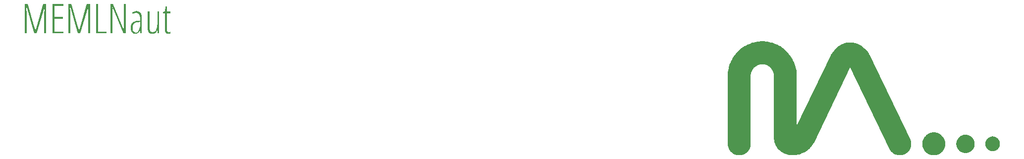
<source format=gbr>
%TF.GenerationSoftware,KiCad,Pcbnew,8.0.8*%
%TF.CreationDate,2025-03-17T17:16:47+00:00*%
%TF.ProjectId,memlnaut_0_1_joystick,6d656d6c-6e61-4757-945f-305f315f6a6f,rev?*%
%TF.SameCoordinates,Original*%
%TF.FileFunction,Legend,Top*%
%TF.FilePolarity,Positive*%
%FSLAX46Y46*%
G04 Gerber Fmt 4.6, Leading zero omitted, Abs format (unit mm)*
G04 Created by KiCad (PCBNEW 8.0.8) date 2025-03-17 17:16:47*
%MOMM*%
%LPD*%
G01*
G04 APERTURE LIST*
%ADD10C,0.000000*%
%ADD11C,0.100000*%
G04 APERTURE END LIST*
D10*
G36*
X264856427Y-65779118D02*
G01*
X264935895Y-65785180D01*
X265014221Y-65795161D01*
X265091304Y-65808964D01*
X265167047Y-65826488D01*
X265241349Y-65847635D01*
X265314113Y-65872304D01*
X265385238Y-65900398D01*
X265454625Y-65931816D01*
X265522175Y-65966460D01*
X265587789Y-66004231D01*
X265651368Y-66045029D01*
X265712812Y-66088754D01*
X265772023Y-66135309D01*
X265828900Y-66184593D01*
X265883346Y-66236508D01*
X265935261Y-66290954D01*
X265984545Y-66347831D01*
X266031099Y-66407042D01*
X266074825Y-66468487D01*
X266115622Y-66532066D01*
X266153393Y-66597680D01*
X266188037Y-66665230D01*
X266219455Y-66734617D01*
X266247548Y-66805742D01*
X266272218Y-66878505D01*
X266293364Y-66952808D01*
X266310889Y-67028551D01*
X266324691Y-67105634D01*
X266334673Y-67183960D01*
X266340734Y-67263428D01*
X266342777Y-67343939D01*
X266340734Y-67424450D01*
X266334673Y-67503918D01*
X266324691Y-67582243D01*
X266310889Y-67659327D01*
X266293364Y-67735070D01*
X266272218Y-67809372D01*
X266247548Y-67882136D01*
X266219455Y-67953261D01*
X266188037Y-68022648D01*
X266153393Y-68090198D01*
X266115622Y-68155812D01*
X266074825Y-68219391D01*
X266031099Y-68280836D01*
X265984545Y-68340046D01*
X265935261Y-68396924D01*
X265883346Y-68451370D01*
X265828900Y-68503285D01*
X265772023Y-68552569D01*
X265712812Y-68599123D01*
X265651368Y-68642849D01*
X265587789Y-68683647D01*
X265522175Y-68721417D01*
X265454625Y-68756061D01*
X265385238Y-68787480D01*
X265314113Y-68815573D01*
X265241349Y-68840243D01*
X265167047Y-68861390D01*
X265091304Y-68878914D01*
X265014221Y-68892716D01*
X264935895Y-68902698D01*
X264856427Y-68908760D01*
X264775916Y-68910803D01*
X264695405Y-68908760D01*
X264615938Y-68902698D01*
X264537613Y-68892716D01*
X264460530Y-68878914D01*
X264384787Y-68861390D01*
X264310485Y-68840243D01*
X264237722Y-68815573D01*
X264166597Y-68787479D01*
X264097210Y-68756061D01*
X264029660Y-68721417D01*
X263964046Y-68683646D01*
X263900467Y-68642848D01*
X263839023Y-68599123D01*
X263779812Y-68552568D01*
X263722934Y-68503284D01*
X263668488Y-68451369D01*
X263616574Y-68396923D01*
X263567289Y-68340045D01*
X263520735Y-68280834D01*
X263477009Y-68219390D01*
X263436211Y-68155811D01*
X263398441Y-68090197D01*
X263363797Y-68022647D01*
X263332378Y-67953260D01*
X263304284Y-67882135D01*
X263279615Y-67809371D01*
X263258468Y-67735069D01*
X263240944Y-67659326D01*
X263227141Y-67582243D01*
X263217160Y-67503918D01*
X263211098Y-67424450D01*
X263209055Y-67343939D01*
X263211098Y-67263428D01*
X263217160Y-67183960D01*
X263227141Y-67105634D01*
X263240944Y-67028551D01*
X263258468Y-66952808D01*
X263279614Y-66878505D01*
X263304284Y-66805742D01*
X263332377Y-66734617D01*
X263363796Y-66665230D01*
X263398440Y-66597680D01*
X263436210Y-66532066D01*
X263477008Y-66468487D01*
X263520733Y-66407042D01*
X263567288Y-66347831D01*
X263616572Y-66290954D01*
X263668486Y-66236508D01*
X263722932Y-66184593D01*
X263779810Y-66135309D01*
X263839020Y-66088754D01*
X263900465Y-66045029D01*
X263964044Y-66004231D01*
X264029658Y-65966460D01*
X264097208Y-65931816D01*
X264166595Y-65900398D01*
X264237720Y-65872304D01*
X264310483Y-65847635D01*
X264384785Y-65826488D01*
X264460528Y-65808964D01*
X264537612Y-65795161D01*
X264615937Y-65785180D01*
X264695405Y-65779118D01*
X264775916Y-65777075D01*
X264856427Y-65779118D01*
G37*
G36*
X259457335Y-65386990D02*
G01*
X259556652Y-65394569D01*
X259654544Y-65407049D01*
X259750885Y-65424307D01*
X259845553Y-65446216D01*
X259938423Y-65472655D01*
X260029370Y-65503498D01*
X260118272Y-65538622D01*
X260205002Y-65577902D01*
X260289439Y-65621214D01*
X260371456Y-65668434D01*
X260450931Y-65719439D01*
X260527739Y-65774103D01*
X260601756Y-65832303D01*
X260672857Y-65893914D01*
X260740920Y-65958813D01*
X260805819Y-66026875D01*
X260867431Y-66097977D01*
X260925630Y-66171994D01*
X260980295Y-66248801D01*
X261031299Y-66328276D01*
X261078519Y-66410293D01*
X261121832Y-66494729D01*
X261161112Y-66581460D01*
X261196235Y-66670361D01*
X261227079Y-66761308D01*
X261253517Y-66854177D01*
X261275427Y-66948845D01*
X261292684Y-67045186D01*
X261305164Y-67143077D01*
X261312744Y-67242394D01*
X261315298Y-67343012D01*
X261312744Y-67443631D01*
X261305164Y-67542948D01*
X261292684Y-67640839D01*
X261275427Y-67737181D01*
X261253517Y-67831848D01*
X261227078Y-67924718D01*
X261196235Y-68015665D01*
X261161111Y-68104566D01*
X261121831Y-68191297D01*
X261078518Y-68275733D01*
X261031298Y-68357751D01*
X260980293Y-68437225D01*
X260925629Y-68514033D01*
X260867429Y-68588050D01*
X260805817Y-68659151D01*
X260740918Y-68727214D01*
X260672855Y-68792113D01*
X260601754Y-68853724D01*
X260527737Y-68911924D01*
X260450929Y-68966588D01*
X260371454Y-69017593D01*
X260289436Y-69064813D01*
X260205000Y-69108125D01*
X260118269Y-69147405D01*
X260029368Y-69182529D01*
X259938421Y-69213372D01*
X259845551Y-69239811D01*
X259750884Y-69261721D01*
X259654542Y-69278978D01*
X259556651Y-69291458D01*
X259457334Y-69299037D01*
X259356716Y-69301591D01*
X259256097Y-69299037D01*
X259156780Y-69291458D01*
X259058888Y-69278978D01*
X258962547Y-69261721D01*
X258867879Y-69239811D01*
X258775009Y-69213372D01*
X258684062Y-69182529D01*
X258595160Y-69147405D01*
X258508430Y-69108125D01*
X258423993Y-69064813D01*
X258341976Y-69017593D01*
X258262501Y-68966588D01*
X258185693Y-68911924D01*
X258111676Y-68853724D01*
X258040575Y-68792113D01*
X257972512Y-68727214D01*
X257907613Y-68659151D01*
X257846001Y-68588050D01*
X257787802Y-68514033D01*
X257733137Y-68437225D01*
X257682133Y-68357751D01*
X257634913Y-68275733D01*
X257591600Y-68191297D01*
X257552320Y-68104566D01*
X257517197Y-68015665D01*
X257486353Y-67924718D01*
X257459915Y-67831848D01*
X257438005Y-67737181D01*
X257420748Y-67640839D01*
X257408268Y-67542948D01*
X257400688Y-67443631D01*
X257398134Y-67343012D01*
X257400688Y-67242394D01*
X257408268Y-67143077D01*
X257420748Y-67045186D01*
X257438005Y-66948845D01*
X257459915Y-66854177D01*
X257486354Y-66761308D01*
X257517197Y-66670361D01*
X257552321Y-66581460D01*
X257591601Y-66494729D01*
X257634914Y-66410293D01*
X257682134Y-66328276D01*
X257733139Y-66248801D01*
X257787803Y-66171994D01*
X257846003Y-66097977D01*
X257907615Y-66026875D01*
X257972514Y-65958813D01*
X258040577Y-65893914D01*
X258111678Y-65832303D01*
X258185695Y-65774103D01*
X258262503Y-65719439D01*
X258341978Y-65668434D01*
X258423996Y-65621214D01*
X258508432Y-65577902D01*
X258595163Y-65538622D01*
X258684064Y-65503498D01*
X258775011Y-65472655D01*
X258867881Y-65446216D01*
X258962548Y-65424307D01*
X259058890Y-65407049D01*
X259156781Y-65394569D01*
X259256098Y-65386990D01*
X259356716Y-65384436D01*
X259457335Y-65386990D01*
G37*
G36*
X230350303Y-49836472D02*
G01*
X230649183Y-49859274D01*
X230943769Y-49896820D01*
X231233686Y-49948738D01*
X231518562Y-50014655D01*
X231798023Y-50094197D01*
X232071696Y-50186991D01*
X232339208Y-50292663D01*
X232600186Y-50410842D01*
X232854256Y-50541152D01*
X233101046Y-50683222D01*
X233340181Y-50836678D01*
X233571290Y-51001147D01*
X233793998Y-51176255D01*
X234007932Y-51361630D01*
X234212720Y-51556898D01*
X234407988Y-51761686D01*
X234593363Y-51975620D01*
X234768471Y-52198329D01*
X234932940Y-52429437D01*
X235086396Y-52668573D01*
X235228466Y-52915362D01*
X235358776Y-53169432D01*
X235476955Y-53430410D01*
X235582627Y-53697922D01*
X235675421Y-53971595D01*
X235754963Y-54251056D01*
X235820880Y-54535931D01*
X235872798Y-54825848D01*
X235910344Y-55120434D01*
X235933145Y-55419314D01*
X235940829Y-55722116D01*
X235940829Y-64280592D01*
X241723960Y-52264279D01*
X241737728Y-52236266D01*
X241751973Y-52208427D01*
X241766739Y-52180674D01*
X241782069Y-52152922D01*
X241798007Y-52125083D01*
X241814596Y-52097070D01*
X241831880Y-52068797D01*
X241849901Y-52040176D01*
X242000899Y-51805471D01*
X242160852Y-51583893D01*
X242329314Y-51375720D01*
X242505844Y-51181229D01*
X242689997Y-51000700D01*
X242881331Y-50834411D01*
X243079400Y-50682638D01*
X243283762Y-50545661D01*
X243493974Y-50423757D01*
X243709591Y-50317205D01*
X243930170Y-50226283D01*
X244155268Y-50151269D01*
X244384441Y-50092440D01*
X244617245Y-50050075D01*
X244853237Y-50024452D01*
X245091973Y-50015849D01*
X245215251Y-50018114D01*
X245337795Y-50024884D01*
X245459548Y-50036122D01*
X245580455Y-50051793D01*
X245700459Y-50071860D01*
X245819504Y-50096285D01*
X245937534Y-50125034D01*
X246054493Y-50158069D01*
X246170324Y-50195354D01*
X246284972Y-50236852D01*
X246398381Y-50282528D01*
X246510494Y-50332344D01*
X246621255Y-50386264D01*
X246730609Y-50444252D01*
X246944867Y-50572284D01*
X247152821Y-50716150D01*
X247354020Y-50875558D01*
X247548017Y-51050215D01*
X247734361Y-51239830D01*
X247912604Y-51444112D01*
X248082298Y-51662769D01*
X248242992Y-51895509D01*
X248394238Y-52142041D01*
X248412107Y-52174683D01*
X248429542Y-52207326D01*
X248446458Y-52239969D01*
X248462766Y-52272613D01*
X255307139Y-66491057D01*
X255347213Y-66580117D01*
X255382696Y-66670445D01*
X255413575Y-66761895D01*
X255439838Y-66854325D01*
X255461472Y-66947591D01*
X255478466Y-67041549D01*
X255490806Y-67136054D01*
X255498482Y-67230964D01*
X255501481Y-67326134D01*
X255499790Y-67421421D01*
X255493398Y-67516681D01*
X255482291Y-67611770D01*
X255466459Y-67706544D01*
X255445888Y-67800860D01*
X255420567Y-67894573D01*
X255390484Y-67987540D01*
X255355903Y-68078940D01*
X255317162Y-68167973D01*
X255274358Y-68254533D01*
X255227585Y-68338510D01*
X255176938Y-68419795D01*
X255122512Y-68498281D01*
X255064401Y-68573858D01*
X255002701Y-68646418D01*
X254937507Y-68715853D01*
X254868914Y-68782054D01*
X254797016Y-68844913D01*
X254721908Y-68904320D01*
X254643686Y-68960169D01*
X254562445Y-69012349D01*
X254478279Y-69060753D01*
X254391283Y-69105272D01*
X254302223Y-69145488D01*
X254211895Y-69181056D01*
X254120445Y-69211972D01*
X254028014Y-69238230D01*
X253934749Y-69259828D01*
X253840791Y-69276760D01*
X253746285Y-69289024D01*
X253651375Y-69296614D01*
X253556204Y-69299527D01*
X253460917Y-69297759D01*
X253365657Y-69291306D01*
X253270568Y-69280163D01*
X253175794Y-69264327D01*
X253081478Y-69243793D01*
X252987765Y-69218558D01*
X252894798Y-69188617D01*
X252803398Y-69154036D01*
X252714364Y-69115296D01*
X252627804Y-69072492D01*
X252543828Y-69025719D01*
X252462542Y-68975072D01*
X252384057Y-68920646D01*
X252308480Y-68862535D01*
X252235919Y-68800835D01*
X252166484Y-68735641D01*
X252100283Y-68667047D01*
X252037425Y-68595149D01*
X251978017Y-68520042D01*
X251922169Y-68441820D01*
X251869989Y-68360578D01*
X251821585Y-68276412D01*
X251777066Y-68189416D01*
X245091970Y-54299719D01*
X238959723Y-67042052D01*
X238951651Y-67058675D01*
X238943417Y-67075200D01*
X238935031Y-67091617D01*
X238926503Y-67107915D01*
X238917845Y-67124083D01*
X238909068Y-67140110D01*
X238891198Y-67171697D01*
X238743496Y-67408809D01*
X238580914Y-67634644D01*
X238404396Y-67848647D01*
X238214883Y-68050265D01*
X238013319Y-68238941D01*
X237800647Y-68414121D01*
X237577810Y-68575251D01*
X237345749Y-68721775D01*
X237105408Y-68853139D01*
X236857730Y-68968788D01*
X236603658Y-69068167D01*
X236344133Y-69150721D01*
X236080100Y-69215896D01*
X235812500Y-69263136D01*
X235542277Y-69291887D01*
X235270373Y-69301594D01*
X235148718Y-69299642D01*
X235027605Y-69293795D01*
X234907144Y-69284063D01*
X234787442Y-69270456D01*
X234668608Y-69252986D01*
X234550752Y-69231663D01*
X234433980Y-69206499D01*
X234318402Y-69177503D01*
X234189199Y-69140193D01*
X234062958Y-69098304D01*
X233939753Y-69051931D01*
X233819659Y-69001172D01*
X233589102Y-68886882D01*
X233371887Y-68756212D01*
X233168612Y-68609936D01*
X232979873Y-68448831D01*
X232806271Y-68273673D01*
X232648403Y-68085237D01*
X232506867Y-67884299D01*
X232382261Y-67671636D01*
X232275185Y-67448023D01*
X232186235Y-67214236D01*
X232116011Y-66971052D01*
X232065110Y-66719246D01*
X232047093Y-66590352D01*
X232034131Y-66459593D01*
X232026299Y-66327068D01*
X232023671Y-66192871D01*
X232023671Y-55723045D01*
X232021096Y-55621480D01*
X232013452Y-55521234D01*
X232000866Y-55422431D01*
X231983463Y-55325197D01*
X231961366Y-55229656D01*
X231934701Y-55135934D01*
X231903594Y-55044156D01*
X231868169Y-54954446D01*
X231828550Y-54866929D01*
X231784864Y-54781731D01*
X231737235Y-54698976D01*
X231685788Y-54618790D01*
X231630647Y-54541297D01*
X231571939Y-54466622D01*
X231509787Y-54394891D01*
X231444317Y-54326227D01*
X231375654Y-54260757D01*
X231303923Y-54198606D01*
X231229248Y-54139897D01*
X231151755Y-54084756D01*
X231071569Y-54033309D01*
X230988814Y-53985680D01*
X230903616Y-53941993D01*
X230816099Y-53902375D01*
X230726389Y-53866949D01*
X230634611Y-53835842D01*
X230540889Y-53809177D01*
X230445348Y-53787081D01*
X230348114Y-53769677D01*
X230249311Y-53757091D01*
X230149064Y-53749448D01*
X230047499Y-53746872D01*
X229945934Y-53749448D01*
X229845688Y-53757091D01*
X229746885Y-53769677D01*
X229649651Y-53787081D01*
X229554110Y-53809177D01*
X229460388Y-53835842D01*
X229368610Y-53866949D01*
X229278900Y-53902374D01*
X229191383Y-53941993D01*
X229106185Y-53985679D01*
X229023430Y-54033308D01*
X228943244Y-54084756D01*
X228865751Y-54139896D01*
X228791076Y-54198605D01*
X228719345Y-54260756D01*
X228650682Y-54326226D01*
X228585212Y-54394890D01*
X228523060Y-54466621D01*
X228464352Y-54541296D01*
X228409211Y-54618789D01*
X228357764Y-54698975D01*
X228310134Y-54781730D01*
X228266448Y-54866928D01*
X228226830Y-54954444D01*
X228191404Y-55044155D01*
X228160297Y-55135933D01*
X228133632Y-55229655D01*
X228111536Y-55325196D01*
X228094132Y-55422430D01*
X228081546Y-55521233D01*
X228073903Y-55621480D01*
X228071327Y-55723045D01*
X228071327Y-67341162D01*
X228068773Y-67441780D01*
X228061194Y-67541097D01*
X228048714Y-67638989D01*
X228031457Y-67735330D01*
X228009547Y-67829998D01*
X227983108Y-67922867D01*
X227952265Y-68013815D01*
X227917141Y-68102715D01*
X227877861Y-68189446D01*
X227834549Y-68273882D01*
X227787329Y-68355899D01*
X227736324Y-68435374D01*
X227681660Y-68512182D01*
X227623460Y-68586198D01*
X227561849Y-68657300D01*
X227496950Y-68725362D01*
X227428888Y-68790261D01*
X227357786Y-68851872D01*
X227283769Y-68910072D01*
X227206962Y-68964736D01*
X227127487Y-69015740D01*
X227045469Y-69062960D01*
X226961033Y-69106273D01*
X226874303Y-69145553D01*
X226785402Y-69180676D01*
X226694455Y-69211519D01*
X226601585Y-69237958D01*
X226506918Y-69259868D01*
X226410576Y-69277125D01*
X226312685Y-69289605D01*
X226213368Y-69297184D01*
X226112750Y-69299738D01*
X226012131Y-69297184D01*
X225912814Y-69289605D01*
X225814923Y-69277125D01*
X225718582Y-69259868D01*
X225623914Y-69237958D01*
X225531045Y-69211519D01*
X225440098Y-69180676D01*
X225351197Y-69145553D01*
X225264466Y-69106273D01*
X225180030Y-69062960D01*
X225098013Y-69015740D01*
X225018538Y-68964736D01*
X224941730Y-68910072D01*
X224867714Y-68851872D01*
X224796612Y-68790261D01*
X224728550Y-68725362D01*
X224663651Y-68657300D01*
X224602039Y-68586198D01*
X224543839Y-68512182D01*
X224489175Y-68435374D01*
X224438171Y-68355899D01*
X224390950Y-68273882D01*
X224347638Y-68189446D01*
X224308358Y-68102715D01*
X224273234Y-68013815D01*
X224242391Y-67922867D01*
X224215952Y-67829998D01*
X224194042Y-67735330D01*
X224176785Y-67638989D01*
X224164305Y-67541097D01*
X224156726Y-67441780D01*
X224154172Y-67341162D01*
X224154172Y-55722116D01*
X224161855Y-55419314D01*
X224184657Y-55120434D01*
X224222203Y-54825848D01*
X224274121Y-54535931D01*
X224340038Y-54251056D01*
X224419580Y-53971595D01*
X224512374Y-53697922D01*
X224618046Y-53430410D01*
X224736225Y-53169432D01*
X224866536Y-52915362D01*
X225008605Y-52668573D01*
X225162061Y-52429437D01*
X225326530Y-52198329D01*
X225501639Y-51975620D01*
X225687013Y-51761686D01*
X225882281Y-51556898D01*
X226087069Y-51361630D01*
X226301004Y-51176255D01*
X226523712Y-51001147D01*
X226754820Y-50836678D01*
X226993956Y-50683222D01*
X227240745Y-50541152D01*
X227494816Y-50410842D01*
X227755793Y-50292663D01*
X228023305Y-50186991D01*
X228296979Y-50094197D01*
X228576440Y-50014655D01*
X228861315Y-49948738D01*
X229151232Y-49896820D01*
X229445818Y-49859274D01*
X229744698Y-49836472D01*
X230047500Y-49828789D01*
X230350303Y-49836472D01*
G37*
G36*
X269474204Y-66091712D02*
G01*
X269537753Y-66096560D01*
X269600394Y-66104543D01*
X269662046Y-66115583D01*
X269722632Y-66129599D01*
X269782069Y-66146513D01*
X269840280Y-66166245D01*
X269897185Y-66188717D01*
X269952703Y-66213848D01*
X270006755Y-66241561D01*
X270059261Y-66271775D01*
X270110142Y-66304412D01*
X270159317Y-66339393D01*
X270206708Y-66376637D01*
X270252235Y-66416067D01*
X270295817Y-66457602D01*
X270337375Y-66501164D01*
X270376830Y-66546673D01*
X270414101Y-66594051D01*
X270449110Y-66643217D01*
X270481775Y-66694094D01*
X270512019Y-66746601D01*
X270539760Y-66800660D01*
X270564919Y-66856191D01*
X270587417Y-66913115D01*
X270607174Y-66971353D01*
X270624110Y-67030825D01*
X270638146Y-67091454D01*
X270649201Y-67153158D01*
X270657196Y-67215860D01*
X270662052Y-67279480D01*
X270663688Y-67343939D01*
X270662052Y-67408398D01*
X270657196Y-67472018D01*
X270649201Y-67534720D01*
X270638146Y-67596425D01*
X270624110Y-67657053D01*
X270607175Y-67716526D01*
X270587418Y-67774765D01*
X270564920Y-67831689D01*
X270539761Y-67887220D01*
X270512020Y-67941279D01*
X270481777Y-67993786D01*
X270449111Y-68044663D01*
X270414103Y-68093829D01*
X270376832Y-68141207D01*
X270337377Y-68186716D01*
X270295819Y-68230278D01*
X270252237Y-68271814D01*
X270206711Y-68311243D01*
X270159320Y-68348488D01*
X270110144Y-68383468D01*
X270059263Y-68416105D01*
X270006757Y-68446319D01*
X269952705Y-68474032D01*
X269897187Y-68499164D01*
X269840283Y-68521635D01*
X269782071Y-68541368D01*
X269722633Y-68558282D01*
X269662048Y-68572298D01*
X269600395Y-68583337D01*
X269537754Y-68591320D01*
X269474205Y-68596168D01*
X269409827Y-68597802D01*
X269345369Y-68596166D01*
X269281749Y-68591310D01*
X269219048Y-68583315D01*
X269157343Y-68572260D01*
X269096715Y-68558224D01*
X269037243Y-68541288D01*
X268979005Y-68521532D01*
X268922081Y-68499034D01*
X268866550Y-68473874D01*
X268812492Y-68446133D01*
X268759985Y-68415889D01*
X268709109Y-68383224D01*
X268659942Y-68348215D01*
X268612565Y-68310944D01*
X268567056Y-68271489D01*
X268523494Y-68229931D01*
X268481959Y-68186349D01*
X268442530Y-68140822D01*
X268405285Y-68093431D01*
X268370305Y-68044255D01*
X268337668Y-67993374D01*
X268307454Y-67940868D01*
X268279741Y-67886816D01*
X268254610Y-67831298D01*
X268232138Y-67774393D01*
X268212406Y-67716182D01*
X268195492Y-67656744D01*
X268181476Y-67596159D01*
X268170437Y-67534506D01*
X268162454Y-67471865D01*
X268157606Y-67408316D01*
X268155972Y-67343939D01*
X268157608Y-67279480D01*
X268162464Y-67215860D01*
X268170459Y-67153158D01*
X268181514Y-67091454D01*
X268195549Y-67030825D01*
X268212485Y-66971353D01*
X268232242Y-66913115D01*
X268254740Y-66856191D01*
X268279899Y-66800660D01*
X268307640Y-66746601D01*
X268337883Y-66694094D01*
X268370549Y-66643217D01*
X268405557Y-66594051D01*
X268442828Y-66546673D01*
X268482282Y-66501164D01*
X268523840Y-66457602D01*
X268567422Y-66416067D01*
X268612948Y-66376637D01*
X268660339Y-66339393D01*
X268709515Y-66304412D01*
X268760395Y-66271775D01*
X268812901Y-66241561D01*
X268866953Y-66213848D01*
X268922471Y-66188717D01*
X268979375Y-66166245D01*
X269037586Y-66146513D01*
X269097023Y-66129599D01*
X269157608Y-66115583D01*
X269219261Y-66104543D01*
X269281901Y-66096560D01*
X269345450Y-66091712D01*
X269409827Y-66090078D01*
X269474204Y-66091712D01*
G37*
D11*
G36*
X105641849Y-48480000D02*
G01*
X104305840Y-43926092D01*
X104277752Y-43926092D01*
X104289373Y-44176865D01*
X104299892Y-44422660D01*
X104309242Y-44686413D01*
X104311946Y-44835896D01*
X104311946Y-48480000D01*
X103989546Y-48480000D01*
X103989546Y-43477906D01*
X104487801Y-43477906D01*
X105614982Y-47302749D01*
X105683523Y-47546687D01*
X105744939Y-47798490D01*
X105793692Y-48050175D01*
X105810376Y-48164926D01*
X105838464Y-48164926D01*
X105890030Y-47901891D01*
X105953592Y-47652255D01*
X106029231Y-47383969D01*
X106050956Y-47310076D01*
X107167145Y-43477906D01*
X107681277Y-43477906D01*
X107681277Y-48480000D01*
X107345443Y-48480000D01*
X107345443Y-44863984D01*
X107351086Y-44607894D01*
X107361605Y-44332842D01*
X107373526Y-44063614D01*
X107379637Y-43933419D01*
X107351549Y-43933419D01*
X106022868Y-48480000D01*
X105641849Y-48480000D01*
G37*
G36*
X110577997Y-48480000D02*
G01*
X108757166Y-48480000D01*
X108757166Y-43477906D01*
X110577997Y-43477906D01*
X110577997Y-43800307D01*
X109094221Y-43800307D01*
X109094221Y-45666322D01*
X110494954Y-45666322D01*
X110494954Y-45988722D01*
X109094221Y-45988722D01*
X109094221Y-48157599D01*
X110577997Y-48157599D01*
X110577997Y-48480000D01*
G37*
G36*
X113101025Y-48480000D02*
G01*
X111765017Y-43926092D01*
X111736929Y-43926092D01*
X111748550Y-44176865D01*
X111759068Y-44422660D01*
X111768418Y-44686413D01*
X111771123Y-44835896D01*
X111771123Y-48480000D01*
X111448722Y-48480000D01*
X111448722Y-43477906D01*
X111946978Y-43477906D01*
X113074159Y-47302749D01*
X113142699Y-47546687D01*
X113204115Y-47798490D01*
X113252869Y-48050175D01*
X113269553Y-48164926D01*
X113297641Y-48164926D01*
X113349206Y-47901891D01*
X113412769Y-47652255D01*
X113488408Y-47383969D01*
X113510132Y-47310076D01*
X114626322Y-43477906D01*
X115140453Y-43477906D01*
X115140453Y-48480000D01*
X114804619Y-48480000D01*
X114804619Y-44863984D01*
X114810263Y-44607894D01*
X114820781Y-44332842D01*
X114832702Y-44063614D01*
X114838813Y-43933419D01*
X114810725Y-43933419D01*
X113482044Y-48480000D01*
X113101025Y-48480000D01*
G37*
G36*
X116216343Y-48480000D02*
G01*
X116216343Y-43477906D01*
X116553398Y-43477906D01*
X116553398Y-48157599D01*
X117967564Y-48157599D01*
X117967564Y-48480000D01*
X116216343Y-48480000D01*
G37*
G36*
X121289267Y-48480000D02*
G01*
X120859399Y-48480000D01*
X118960411Y-43994480D01*
X118932323Y-43994480D01*
X118952395Y-44253496D01*
X118965897Y-44507103D01*
X118972831Y-44755301D01*
X118973845Y-44890851D01*
X118973845Y-48480000D01*
X118644117Y-48480000D01*
X118644117Y-43477906D01*
X119080090Y-43477906D01*
X120965645Y-47912135D01*
X120986406Y-47912135D01*
X120974651Y-47643315D01*
X120966256Y-47397393D01*
X120960825Y-47148101D01*
X120959539Y-46974242D01*
X120959539Y-43477906D01*
X121289267Y-43477906D01*
X121289267Y-48480000D01*
G37*
G36*
X123421531Y-44678894D02*
G01*
X123652246Y-44776496D01*
X123822065Y-44943363D01*
X123928969Y-45164303D01*
X123991330Y-45429019D01*
X124017660Y-45678052D01*
X124024787Y-45921556D01*
X124024787Y-48480000D01*
X123757341Y-48480000D01*
X123715819Y-47960983D01*
X123702386Y-47960983D01*
X123571754Y-48193671D01*
X123390404Y-48389619D01*
X123174860Y-48510920D01*
X122925121Y-48557574D01*
X122891500Y-48558157D01*
X122638480Y-48517456D01*
X122425301Y-48395354D01*
X122305317Y-48268729D01*
X122179471Y-48045820D01*
X122110396Y-47803103D01*
X122085141Y-47552029D01*
X122084400Y-47500586D01*
X122428660Y-47500586D01*
X122442732Y-47744781D01*
X122503104Y-47995910D01*
X122572763Y-48125847D01*
X122767723Y-48285817D01*
X122964773Y-48323684D01*
X123204913Y-48272679D01*
X123401433Y-48119665D01*
X123508213Y-47960983D01*
X123602076Y-47733104D01*
X123659721Y-47490483D01*
X123690250Y-47247260D01*
X123702196Y-46975169D01*
X123702386Y-46933942D01*
X123702386Y-46526057D01*
X123314040Y-46548039D01*
X123055701Y-46584055D01*
X122823595Y-46671608D01*
X122646036Y-46809378D01*
X122513572Y-47017634D01*
X122445854Y-47262241D01*
X122428660Y-47500586D01*
X122084400Y-47500586D01*
X122084277Y-47492037D01*
X122104198Y-47240238D01*
X122174233Y-46989991D01*
X122294693Y-46774712D01*
X122403014Y-46650621D01*
X122603373Y-46497960D01*
X122844497Y-46390316D01*
X123093053Y-46332423D01*
X123300607Y-46312344D01*
X123702386Y-46291584D01*
X123702386Y-45977732D01*
X123694219Y-45730741D01*
X123661041Y-45472664D01*
X123587539Y-45237275D01*
X123571716Y-45205924D01*
X123398304Y-45023658D01*
X123158092Y-44963140D01*
X123139406Y-44962903D01*
X122877223Y-44997367D01*
X122631273Y-45090361D01*
X122486057Y-45171730D01*
X122345617Y-44910390D01*
X122566960Y-44784649D01*
X122819694Y-44693201D01*
X123079584Y-44652558D01*
X123158946Y-44650272D01*
X123421531Y-44678894D01*
G37*
G36*
X125304619Y-44728429D02*
G01*
X125304619Y-47184291D01*
X125312862Y-47444486D01*
X125341842Y-47692136D01*
X125405598Y-47930014D01*
X125436510Y-47998841D01*
X125605038Y-48191182D01*
X125844396Y-48255296D01*
X126086420Y-48221665D01*
X126318604Y-48092522D01*
X126463551Y-47910914D01*
X126559185Y-47682895D01*
X126617918Y-47423768D01*
X126649023Y-47153456D01*
X126660615Y-46889387D01*
X126661388Y-46794724D01*
X126661388Y-44728429D01*
X126983789Y-44728429D01*
X126983789Y-48480000D01*
X126709016Y-48480000D01*
X126667494Y-47962205D01*
X126640628Y-47962205D01*
X126517309Y-48188072D01*
X126346273Y-48374045D01*
X126307236Y-48404284D01*
X126084975Y-48519689D01*
X125843175Y-48558157D01*
X125585909Y-48526673D01*
X125357463Y-48419311D01*
X125186161Y-48235757D01*
X125076681Y-47994304D01*
X125018292Y-47743612D01*
X124988489Y-47482307D01*
X124978758Y-47227168D01*
X124978555Y-47181849D01*
X124978555Y-44728429D01*
X125304619Y-44728429D01*
G37*
G36*
X128645861Y-48255296D02*
G01*
X128891036Y-48221195D01*
X128913307Y-48213775D01*
X128913307Y-48489769D01*
X128664685Y-48551479D01*
X128524961Y-48558157D01*
X128272780Y-48503737D01*
X128075201Y-48312415D01*
X127984574Y-48068374D01*
X127950800Y-47792871D01*
X127948548Y-47687431D01*
X127948548Y-45016636D01*
X127611493Y-45016636D01*
X127611493Y-44824905D01*
X127941221Y-44728429D01*
X128047466Y-43868695D01*
X128274612Y-43868695D01*
X128274612Y-44728429D01*
X128865680Y-44728429D01*
X128865680Y-45016636D01*
X128274612Y-45016636D01*
X128274612Y-47595840D01*
X128286118Y-47848346D01*
X128341811Y-48089059D01*
X128356434Y-48117299D01*
X128572803Y-48250445D01*
X128645861Y-48255296D01*
G37*
M02*

</source>
